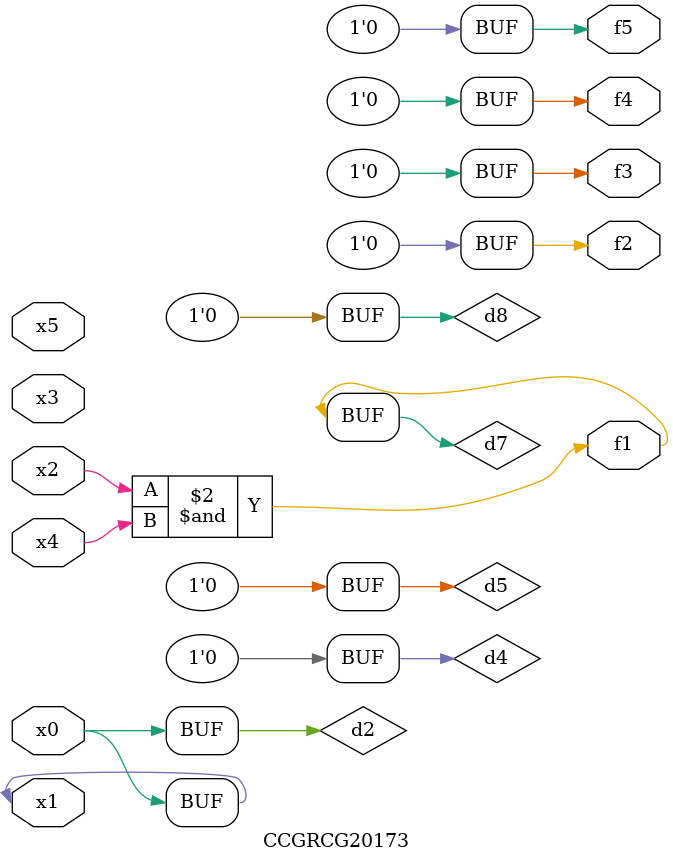
<source format=v>
module CCGRCG20173(
	input x0, x1, x2, x3, x4, x5,
	output f1, f2, f3, f4, f5
);

	wire d1, d2, d3, d4, d5, d6, d7, d8, d9;

	nand (d1, x1);
	buf (d2, x0, x1);
	nand (d3, x2, x4);
	and (d4, d1, d2);
	and (d5, d1, d2);
	nand (d6, d1, d3);
	not (d7, d3);
	xor (d8, d5);
	nor (d9, d5, d6);
	assign f1 = d7;
	assign f2 = d8;
	assign f3 = d8;
	assign f4 = d8;
	assign f5 = d8;
endmodule

</source>
